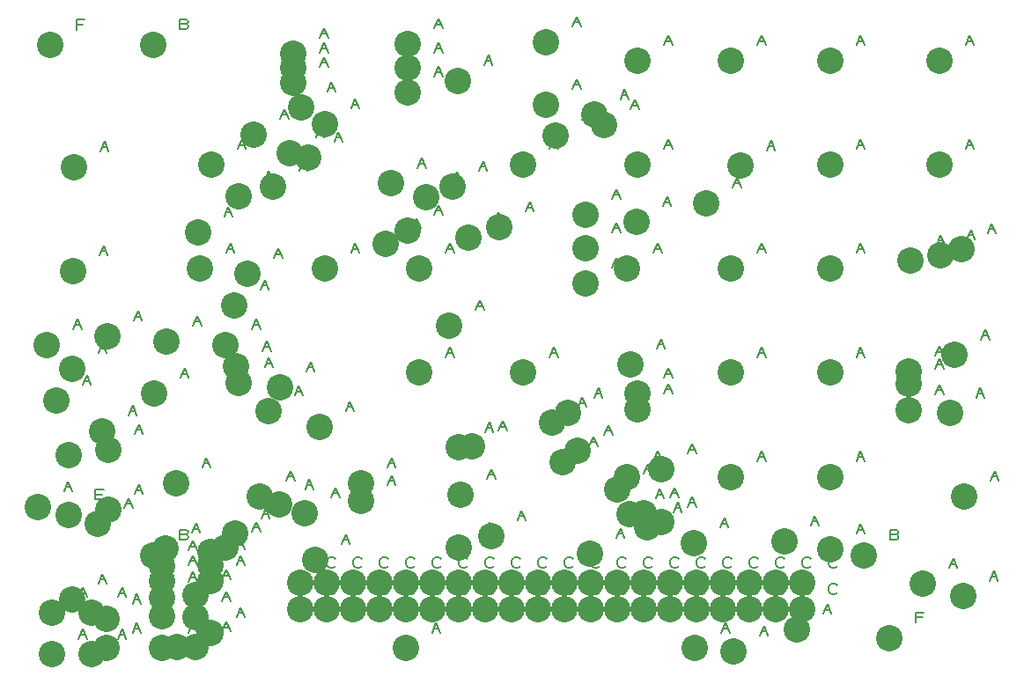
<source format=gbr>
G04 DesignSpark PCB PRO Gerber Version 10.0 Build 5299*
G04 #@! TF.Part,Single*
G04 #@! TF.FileFunction,Drillmap*
G04 #@! TF.FilePolarity,Positive*
%FSLAX35Y35*%
%MOIN*%
%ADD106C,0.00500*%
G04 #@! TA.AperFunction,ViaPad*
%ADD105C,0.10000*%
G04 #@! TD.AperFunction*
X0Y0D02*
D02*
D105*
X17035Y67717D03*
X20579Y129134D03*
X21759Y242520D03*
X22547Y11811D03*
Y27559D03*
X24122Y107874D03*
X28858Y64606D03*
Y87362D03*
X30028Y32677D03*
Y120079D03*
X30421Y157087D03*
X30815Y196457D03*
X37508Y11811D03*
Y27559D03*
X39870Y61417D03*
X41445Y96457D03*
X43020Y14173D03*
Y25197D03*
X43413Y132283D03*
X43807Y66535D03*
Y89370D03*
X60933Y49409D03*
X60933Y242717D03*
X61130Y110630D03*
X64279Y14173D03*
Y26378D03*
Y33465D03*
Y39764D03*
Y45276D03*
X65460Y51969D03*
X65854Y130315D03*
X69398Y76772D03*
X69791Y14567D03*
X76878D03*
Y25984D03*
Y34252D03*
X77665Y171654D03*
X78496Y157874D03*
X82389Y20079D03*
Y39764D03*
Y45669D03*
Y50788D03*
X82783Y197244D03*
X88295Y52363D03*
X88295Y129134D03*
X91445Y144094D03*
X91838Y57481D03*
X92232Y120866D03*
X93020Y114567D03*
Y185433D03*
X96563Y155906D03*
X98969Y208661D03*
X101287Y71654D03*
X104394Y103937D03*
X106012Y188976D03*
X108374Y68504D03*
X108768Y112992D03*
X112311Y201575D03*
X113885Y228347D03*
Y233859D03*
Y239370D03*
X116618Y28859D03*
Y38859D03*
X116642Y218898D03*
X118216Y65355D03*
X119398Y200000D03*
X122153Y47638D03*
X123728Y98031D03*
X125697Y157874D03*
Y212598D03*
X126618Y28859D03*
Y38859D03*
X136618Y28859D03*
Y38859D03*
X139476Y70079D03*
Y76772D03*
X146618Y28859D03*
Y38859D03*
X148925Y167323D03*
X150894Y190157D03*
X156405Y14174D03*
X156618Y28859D03*
Y38859D03*
X157193Y172441D03*
Y224803D03*
Y233858D03*
Y242913D03*
X161524Y118504D03*
Y157874D03*
X164280Y185039D03*
X166618Y28859D03*
Y38859D03*
X172941Y136221D03*
X174122Y188976D03*
X176091Y229134D03*
X176484Y52363D03*
Y90158D03*
X176618Y28859D03*
Y38859D03*
X177271Y72441D03*
X180028Y169685D03*
X181602Y90551D03*
X186618Y28859D03*
Y38859D03*
X188689Y56693D03*
X191839Y173622D03*
X196618Y28859D03*
Y38859D03*
X200894Y118504D03*
Y197244D03*
X206618Y28859D03*
Y38859D03*
X209555Y220079D03*
Y243701D03*
X211720Y99607D03*
X213098Y208268D03*
X215854Y84646D03*
X216618Y28859D03*
Y38859D03*
X217823Y103150D03*
X221563Y88976D03*
X224516Y152362D03*
Y165748D03*
Y178346D03*
X226090Y50000D03*
X226618Y28859D03*
Y38859D03*
X227665Y216142D03*
X231602Y212205D03*
X236618Y28859D03*
Y38859D03*
Y74410D03*
X240264Y79134D03*
Y157874D03*
X241051Y64961D03*
X241445Y121654D03*
X243807Y175591D03*
X244201Y104724D03*
Y110630D03*
Y197244D03*
Y236614D03*
X246563Y65355D03*
X246618Y28859D03*
Y38859D03*
X247744Y59843D03*
X253256Y61811D03*
Y81890D03*
X256618Y28859D03*
Y38859D03*
X265460Y53937D03*
X265854Y14174D03*
X266618Y28859D03*
Y38859D03*
X270185Y182678D03*
X276618Y28859D03*
Y38859D03*
X279634Y79134D03*
Y118504D03*
Y157874D03*
Y236614D03*
X280421Y12993D03*
X283177Y196851D03*
X286618Y28859D03*
Y38859D03*
X296618Y28859D03*
Y38859D03*
X299712Y54725D03*
X304437Y21260D03*
X306618Y28859D03*
Y38859D03*
X317035Y51575D03*
X317035Y79134D03*
Y118504D03*
Y157874D03*
Y197244D03*
Y236614D03*
X329831Y49409D03*
X339476Y18110D03*
X346957Y104331D03*
Y114173D03*
Y118898D03*
X347350Y161024D03*
X352075Y38583D03*
X358374Y197244D03*
Y236614D03*
X358768Y162992D03*
X362311Y103150D03*
X364280Y125197D03*
X366642Y165354D03*
X367429Y33858D03*
X367823Y71654D03*
D02*
D106*
X27035Y73654D02*
X28598Y77404D01*
X30161Y73654D01*
X27661Y75217D02*
X29535D01*
X30579Y135071D02*
X32141Y138821D01*
X33704Y135071D01*
X31204Y136634D02*
X33079D01*
X31759Y248457D02*
Y252207D01*
X34885D01*
X34259Y250333D02*
X31759D01*
X32547Y17748D02*
X34110Y21498D01*
X35672Y17748D01*
X33172Y19311D02*
X35047D01*
X32547Y33496D02*
X34110Y37246D01*
X35672Y33496D01*
X33172Y35059D02*
X35047D01*
X34122Y113811D02*
X35685Y117561D01*
X37247Y113811D01*
X34747Y115374D02*
X36622D01*
X38858Y70544D02*
Y74294D01*
X41983D01*
X41358Y72419D02*
X38858D01*
Y70544D02*
X41983D01*
X38858Y93300D02*
Y97050D01*
X41983D01*
X41358Y95175D02*
X38858D01*
Y93300D02*
X41983D01*
X40028Y38615D02*
X41590Y42365D01*
X43153Y38615D01*
X40653Y40177D02*
X42528D01*
X40028Y126016D02*
X41590Y129766D01*
X43153Y126016D01*
X40653Y127579D02*
X42528D01*
X40421Y163024D02*
X41984Y166774D01*
X43546Y163024D01*
X41046Y164587D02*
X42921D01*
X40815Y202394D02*
X42378Y206144D01*
X43940Y202394D01*
X41440Y203957D02*
X43315D01*
X47508Y17748D02*
X49070Y21498D01*
X50633Y17748D01*
X48133Y19311D02*
X50008D01*
X47508Y33496D02*
X49070Y37246D01*
X50633Y33496D01*
X48133Y35059D02*
X50008D01*
X49870Y67355D02*
X51433Y71105D01*
X52995Y67355D01*
X50495Y68917D02*
X52370D01*
X51445Y102394D02*
X53007Y106144D01*
X54570Y102394D01*
X52070Y103957D02*
X53945D01*
X53020Y20111D02*
X54582Y23861D01*
X56145Y20111D01*
X53645Y21673D02*
X55520D01*
X53020Y31134D02*
X54582Y34884D01*
X56145Y31134D01*
X53645Y32697D02*
X55520D01*
X53413Y138221D02*
X54976Y141971D01*
X56539Y138221D01*
X54039Y139783D02*
X55913D01*
X53807Y72473D02*
X55370Y76223D01*
X56932Y72473D01*
X54432Y74035D02*
X56307D01*
X53807Y95307D02*
X55370Y99057D01*
X56932Y95307D01*
X54432Y96870D02*
X56307D01*
X73120Y57222D02*
X73745Y56909D01*
X74058Y56285D01*
X73745Y55659D01*
X73120Y55347D01*
X70933D01*
Y59097D01*
X73120D01*
X73745Y58785D01*
X74058Y58159D01*
X73745Y57535D01*
X73120Y57222D01*
X70933D01*
X73120Y250529D02*
X73746Y250217D01*
X74058Y249592D01*
X73746Y248967D01*
X73120Y248654D01*
X70933D01*
Y252404D01*
X73120D01*
X73746Y252092D01*
X74058Y251467D01*
X73746Y250842D01*
X73120Y250529D01*
X70933D01*
X71130Y116567D02*
X72693Y120317D01*
X74255Y116567D01*
X71755Y118130D02*
X73630D01*
X74279Y20111D02*
X75842Y23861D01*
X77404Y20111D01*
X74904Y21673D02*
X76779D01*
X74279Y32315D02*
X75842Y36065D01*
X77404Y32315D01*
X74904Y33878D02*
X76779D01*
X74279Y39402D02*
X75842Y43152D01*
X77404Y39402D01*
X74904Y40965D02*
X76779D01*
X74279Y45701D02*
X75842Y49451D01*
X77404Y45701D01*
X74904Y47264D02*
X76779D01*
X74279Y51213D02*
X75842Y54963D01*
X77404Y51213D01*
X74904Y52776D02*
X76779D01*
X75460Y57906D02*
X77023Y61656D01*
X78585Y57906D01*
X76085Y59469D02*
X77960D01*
X75854Y136252D02*
X77417Y140002D01*
X78980Y136252D01*
X76480Y137815D02*
X78354D01*
X79398Y82709D02*
X80960Y86459D01*
X82523Y82709D01*
X80023Y84272D02*
X81898D01*
X79791Y20504D02*
X81354Y24254D01*
X82916Y20504D01*
X80416Y22067D02*
X82291D01*
X86878Y20504D02*
X88440Y24254D01*
X90003Y20504D01*
X87503Y22067D02*
X89378D01*
X86878Y31922D02*
X88440Y35672D01*
X90003Y31922D01*
X87503Y33484D02*
X89378D01*
X86878Y40189D02*
X88440Y43939D01*
X90003Y40189D01*
X87503Y41752D02*
X89378D01*
X87665Y177591D02*
X89228Y181341D01*
X90791Y177591D01*
X88291Y179154D02*
X90165D01*
X88496Y163811D02*
X90059Y167561D01*
X91621Y163811D01*
X89121Y165374D02*
X90996D01*
X92389Y26016D02*
X93952Y29766D01*
X95515Y26016D01*
X93015Y27579D02*
X94889D01*
X92389Y45701D02*
X93952Y49451D01*
X95515Y45701D01*
X93015Y47264D02*
X94889D01*
X92389Y51607D02*
X93952Y55357D01*
X95515Y51607D01*
X93015Y53169D02*
X94889D01*
X92389Y56725D02*
X93952Y60475D01*
X95515Y56725D01*
X93015Y58288D02*
X94889D01*
X92783Y203181D02*
X94346Y206931D01*
X95909Y203181D01*
X93409Y204744D02*
X95283D01*
X98295Y58300D02*
X99857Y62050D01*
X101420Y58300D01*
X98920Y59863D02*
X100795D01*
X98295Y135071D02*
X99858Y138821D01*
X101420Y135071D01*
X98920Y136634D02*
X100795D01*
X101445Y150032D02*
X103007Y153782D01*
X104570Y150032D01*
X102070Y151594D02*
X103945D01*
X101838Y63418D02*
X103401Y67168D01*
X104963Y63418D01*
X102463Y64981D02*
X104338D01*
X102232Y126804D02*
X103795Y130554D01*
X105357Y126804D01*
X102857Y128366D02*
X104732D01*
X103020Y120504D02*
X104582Y124254D01*
X106145Y120504D01*
X103645Y122067D02*
X105520D01*
X103020Y191370D02*
X104582Y195120D01*
X106145Y191370D01*
X103645Y192933D02*
X105520D01*
X106563Y161843D02*
X108126Y165593D01*
X109688Y161843D01*
X107188Y163406D02*
X109063D01*
X108969Y214599D02*
X110531Y218349D01*
X112094Y214599D01*
X109594Y216161D02*
X111469D01*
X111287Y77591D02*
X112850Y81341D01*
X114412Y77591D01*
X111912Y79154D02*
X113787D01*
X114394Y109874D02*
X115956Y113624D01*
X117519Y109874D01*
X115019Y111437D02*
X116894D01*
X116012Y194914D02*
X117574Y198664D01*
X119137Y194914D01*
X116637Y196476D02*
X118512D01*
X118374Y74442D02*
X119936Y78192D01*
X121499Y74442D01*
X118999Y76004D02*
X120874D01*
X118768Y118930D02*
X120330Y122680D01*
X121893Y118930D01*
X119393Y120492D02*
X121268D01*
X122311Y207512D02*
X123874Y211262D01*
X125436Y207512D01*
X122936Y209075D02*
X124811D01*
X123885Y234284D02*
X125448Y238034D01*
X127011Y234284D01*
X124511Y235847D02*
X126385D01*
X123885Y239796D02*
X125448Y243546D01*
X127011Y239796D01*
X124511Y241359D02*
X126385D01*
X123885Y245308D02*
X125448Y249058D01*
X127011Y245308D01*
X124511Y246870D02*
X126385D01*
X129743Y35421D02*
X129430Y35109D01*
X128805Y34796D01*
X127868D01*
X127243Y35109D01*
X126930Y35421D01*
X126618Y36046D01*
Y37296D01*
X126930Y37921D01*
X127243Y38234D01*
X127868Y38546D01*
X128805D01*
X129430Y38234D01*
X129743Y37921D01*
Y45421D02*
X129430Y45109D01*
X128805Y44796D01*
X127868D01*
X127243Y45109D01*
X126930Y45421D01*
X126618Y46046D01*
Y47296D01*
X126930Y47921D01*
X127243Y48234D01*
X127868Y48546D01*
X128805D01*
X129430Y48234D01*
X129743Y47921D01*
X126642Y224835D02*
X128204Y228585D01*
X129767Y224835D01*
X127267Y226398D02*
X129142D01*
X128216Y71292D02*
X129779Y75042D01*
X131341Y71292D01*
X128841Y72855D02*
X130716D01*
X129398Y205937D02*
X130960Y209687D01*
X132523Y205937D01*
X130023Y207500D02*
X131898D01*
X132153Y53576D02*
X133716Y57326D01*
X135278Y53576D01*
X132778Y55138D02*
X134653D01*
X133728Y103969D02*
X135291Y107719D01*
X136854Y103969D01*
X134354Y105531D02*
X136228D01*
X135697Y163811D02*
X137259Y167561D01*
X138822Y163811D01*
X136322Y165374D02*
X138197D01*
X135697Y218536D02*
X137259Y222286D01*
X138822Y218536D01*
X136322Y220098D02*
X138197D01*
X139743Y35421D02*
X139430Y35109D01*
X138805Y34796D01*
X137868D01*
X137243Y35109D01*
X136930Y35421D01*
X136618Y36046D01*
Y37296D01*
X136930Y37921D01*
X137243Y38234D01*
X137868Y38546D01*
X138805D01*
X139430Y38234D01*
X139743Y37921D01*
Y45421D02*
X139430Y45109D01*
X138805Y44796D01*
X137868D01*
X137243Y45109D01*
X136930Y45421D01*
X136618Y46046D01*
Y47296D01*
X136930Y47921D01*
X137243Y48234D01*
X137868Y48546D01*
X138805D01*
X139430Y48234D01*
X139743Y47921D01*
X149743Y35421D02*
X149430Y35109D01*
X148805Y34796D01*
X147868D01*
X147243Y35109D01*
X146930Y35421D01*
X146618Y36046D01*
Y37296D01*
X146930Y37921D01*
X147243Y38234D01*
X147868Y38546D01*
X148805D01*
X149430Y38234D01*
X149743Y37921D01*
Y45421D02*
X149430Y45109D01*
X148805Y44796D01*
X147868D01*
X147243Y45109D01*
X146930Y45421D01*
X146618Y46046D01*
Y47296D01*
X146930Y47921D01*
X147243Y48234D01*
X147868Y48546D01*
X148805D01*
X149430Y48234D01*
X149743Y47921D01*
X149476Y76017D02*
X151039Y79767D01*
X152601Y76017D01*
X150101Y77579D02*
X151976D01*
X149476Y82709D02*
X151039Y86459D01*
X152601Y82709D01*
X150101Y84272D02*
X151976D01*
X159743Y35421D02*
X159430Y35109D01*
X158805Y34796D01*
X157868D01*
X157243Y35109D01*
X156930Y35421D01*
X156618Y36046D01*
Y37296D01*
X156930Y37921D01*
X157243Y38234D01*
X157868Y38546D01*
X158805D01*
X159430Y38234D01*
X159743Y37921D01*
Y45421D02*
X159430Y45109D01*
X158805Y44796D01*
X157868D01*
X157243Y45109D01*
X156930Y45421D01*
X156618Y46046D01*
Y47296D01*
X156930Y47921D01*
X157243Y48234D01*
X157868Y48546D01*
X158805D01*
X159430Y48234D01*
X159743Y47921D01*
X158925Y173260D02*
X160488Y177010D01*
X162050Y173260D01*
X159550Y174823D02*
X161425D01*
X160894Y196095D02*
X162456Y199845D01*
X164019Y196095D01*
X161519Y197657D02*
X163394D01*
X166405Y20111D02*
X167968Y23861D01*
X169530Y20111D01*
X167030Y21674D02*
X168905D01*
X169743Y35421D02*
X169430Y35109D01*
X168805Y34796D01*
X167868D01*
X167243Y35109D01*
X166930Y35421D01*
X166618Y36046D01*
Y37296D01*
X166930Y37921D01*
X167243Y38234D01*
X167868Y38546D01*
X168805D01*
X169430Y38234D01*
X169743Y37921D01*
Y45421D02*
X169430Y45109D01*
X168805Y44796D01*
X167868D01*
X167243Y45109D01*
X166930Y45421D01*
X166618Y46046D01*
Y47296D01*
X166930Y47921D01*
X167243Y48234D01*
X167868Y48546D01*
X168805D01*
X169430Y48234D01*
X169743Y47921D01*
X167193Y178378D02*
X168756Y182128D01*
X170318Y178378D01*
X167818Y179941D02*
X169693D01*
X167193Y230741D02*
X168756Y234491D01*
X170318Y230741D01*
X167818Y232303D02*
X169693D01*
X167193Y239796D02*
X168756Y243546D01*
X170318Y239796D01*
X167818Y241358D02*
X169693D01*
X167193Y248851D02*
X168756Y252601D01*
X170318Y248851D01*
X167818Y250413D02*
X169693D01*
X171524Y124441D02*
X173086Y128191D01*
X174649Y124441D01*
X172149Y126004D02*
X174024D01*
X171524Y163811D02*
X173086Y167561D01*
X174649Y163811D01*
X172149Y165374D02*
X174024D01*
X174280Y190977D02*
X175842Y194727D01*
X177405Y190977D01*
X174905Y192539D02*
X176780D01*
X179743Y35421D02*
X179430Y35109D01*
X178805Y34796D01*
X177868D01*
X177243Y35109D01*
X176930Y35421D01*
X176618Y36046D01*
Y37296D01*
X176930Y37921D01*
X177243Y38234D01*
X177868Y38546D01*
X178805D01*
X179430Y38234D01*
X179743Y37921D01*
Y45421D02*
X179430Y45109D01*
X178805Y44796D01*
X177868D01*
X177243Y45109D01*
X176930Y45421D01*
X176618Y46046D01*
Y47296D01*
X176930Y47921D01*
X177243Y48234D01*
X177868Y48546D01*
X178805D01*
X179430Y48234D01*
X179743Y47921D01*
X182941Y142158D02*
X184503Y145908D01*
X186066Y142158D01*
X183566Y143721D02*
X185441D01*
X184122Y194914D02*
X185685Y198664D01*
X187247Y194914D01*
X184747Y196476D02*
X186622D01*
X186091Y235071D02*
X187653Y238821D01*
X189216Y235071D01*
X186716Y236634D02*
X188591D01*
X186484Y58300D02*
X188046Y62050D01*
X189609Y58300D01*
X187109Y59863D02*
X188984D01*
X186484Y96095D02*
X188046Y99845D01*
X189609Y96095D01*
X187109Y97658D02*
X188984D01*
X189743Y35421D02*
X189430Y35109D01*
X188805Y34796D01*
X187868D01*
X187243Y35109D01*
X186930Y35421D01*
X186618Y36046D01*
Y37296D01*
X186930Y37921D01*
X187243Y38234D01*
X187868Y38546D01*
X188805D01*
X189430Y38234D01*
X189743Y37921D01*
Y45421D02*
X189430Y45109D01*
X188805Y44796D01*
X187868D01*
X187243Y45109D01*
X186930Y45421D01*
X186618Y46046D01*
Y47296D01*
X186930Y47921D01*
X187243Y48234D01*
X187868Y48546D01*
X188805D01*
X189430Y48234D01*
X189743Y47921D01*
X187271Y78379D02*
X188834Y82129D01*
X190396Y78379D01*
X187896Y79941D02*
X189771D01*
X190028Y175622D02*
X191590Y179372D01*
X193153Y175622D01*
X190653Y177185D02*
X192528D01*
X191602Y96489D02*
X193165Y100239D01*
X194728Y96489D01*
X192228Y98051D02*
X194102D01*
X199743Y35421D02*
X199430Y35109D01*
X198805Y34796D01*
X197868D01*
X197243Y35109D01*
X196930Y35421D01*
X196618Y36046D01*
Y37296D01*
X196930Y37921D01*
X197243Y38234D01*
X197868Y38546D01*
X198805D01*
X199430Y38234D01*
X199743Y37921D01*
Y45421D02*
X199430Y45109D01*
X198805Y44796D01*
X197868D01*
X197243Y45109D01*
X196930Y45421D01*
X196618Y46046D01*
Y47296D01*
X196930Y47921D01*
X197243Y48234D01*
X197868Y48546D01*
X198805D01*
X199430Y48234D01*
X199743Y47921D01*
X198689Y62631D02*
X200251Y66381D01*
X201814Y62631D01*
X199314Y64193D02*
X201189D01*
X201839Y179559D02*
X203401Y183309D01*
X204964Y179559D01*
X202464Y181122D02*
X204339D01*
X209743Y35421D02*
X209430Y35109D01*
X208805Y34796D01*
X207868D01*
X207243Y35109D01*
X206930Y35421D01*
X206618Y36046D01*
Y37296D01*
X206930Y37921D01*
X207243Y38234D01*
X207868Y38546D01*
X208805D01*
X209430Y38234D01*
X209743Y37921D01*
Y45421D02*
X209430Y45109D01*
X208805Y44796D01*
X207868D01*
X207243Y45109D01*
X206930Y45421D01*
X206618Y46046D01*
Y47296D01*
X206930Y47921D01*
X207243Y48234D01*
X207868Y48546D01*
X208805D01*
X209430Y48234D01*
X209743Y47921D01*
X210894Y124441D02*
X212456Y128191D01*
X214019Y124441D01*
X211519Y126004D02*
X213394D01*
X210894Y203181D02*
X212456Y206931D01*
X214019Y203181D01*
X211519Y204744D02*
X213394D01*
X219743Y35421D02*
X219430Y35109D01*
X218805Y34796D01*
X217868D01*
X217243Y35109D01*
X216930Y35421D01*
X216618Y36046D01*
Y37296D01*
X216930Y37921D01*
X217243Y38234D01*
X217868Y38546D01*
X218805D01*
X219430Y38234D01*
X219743Y37921D01*
Y45421D02*
X219430Y45109D01*
X218805Y44796D01*
X217868D01*
X217243Y45109D01*
X216930Y45421D01*
X216618Y46046D01*
Y47296D01*
X216930Y47921D01*
X217243Y48234D01*
X217868Y48546D01*
X218805D01*
X219430Y48234D01*
X219743Y47921D01*
X219555Y226016D02*
X221118Y229766D01*
X222680Y226016D01*
X220180Y227579D02*
X222055D01*
X219555Y249638D02*
X221118Y253388D01*
X222680Y249638D01*
X220180Y251201D02*
X222055D01*
X221720Y105544D02*
X223283Y109294D01*
X224846Y105544D01*
X222346Y107107D02*
X224220D01*
X223098Y214205D02*
X224661Y217955D01*
X226224Y214205D01*
X223724Y215768D02*
X225598D01*
X225854Y90583D02*
X227417Y94333D01*
X228979Y90583D01*
X226479Y92146D02*
X228354D01*
X229743Y35421D02*
X229430Y35109D01*
X228805Y34796D01*
X227868D01*
X227243Y35109D01*
X226930Y35421D01*
X226618Y36046D01*
Y37296D01*
X226930Y37921D01*
X227243Y38234D01*
X227868Y38546D01*
X228805D01*
X229430Y38234D01*
X229743Y37921D01*
Y45421D02*
X229430Y45109D01*
X228805Y44796D01*
X227868D01*
X227243Y45109D01*
X226930Y45421D01*
X226618Y46046D01*
Y47296D01*
X226930Y47921D01*
X227243Y48234D01*
X227868Y48546D01*
X228805D01*
X229430Y48234D01*
X229743Y47921D01*
X227823Y109087D02*
X229385Y112837D01*
X230948Y109087D01*
X228448Y110650D02*
X230323D01*
X231563Y94914D02*
X233126Y98664D01*
X234688Y94914D01*
X232188Y96476D02*
X234063D01*
X234516Y158300D02*
X236078Y162050D01*
X237641Y158300D01*
X235141Y159862D02*
X237016D01*
X234516Y171685D02*
X236078Y175435D01*
X237641Y171685D01*
X235141Y173248D02*
X237016D01*
X234516Y184284D02*
X236078Y188034D01*
X237641Y184284D01*
X235141Y185846D02*
X237016D01*
X236090Y55938D02*
X237653Y59688D01*
X239215Y55938D01*
X236715Y57500D02*
X238590D01*
X239743Y35421D02*
X239430Y35109D01*
X238805Y34796D01*
X237868D01*
X237243Y35109D01*
X236930Y35421D01*
X236618Y36046D01*
Y37296D01*
X236930Y37921D01*
X237243Y38234D01*
X237868Y38546D01*
X238805D01*
X239430Y38234D01*
X239743Y37921D01*
Y45421D02*
X239430Y45109D01*
X238805Y44796D01*
X237868D01*
X237243Y45109D01*
X236930Y45421D01*
X236618Y46046D01*
Y47296D01*
X236930Y47921D01*
X237243Y48234D01*
X237868Y48546D01*
X238805D01*
X239430Y48234D01*
X239743Y47921D01*
X237665Y222079D02*
X239228Y225829D01*
X240790Y222079D01*
X238290Y223642D02*
X240165D01*
X241602Y218142D02*
X243165Y221892D01*
X244727Y218142D01*
X242227Y219705D02*
X244102D01*
X249743Y35421D02*
X249430Y35109D01*
X248805Y34796D01*
X247868D01*
X247243Y35109D01*
X246930Y35421D01*
X246618Y36046D01*
Y37296D01*
X246930Y37921D01*
X247243Y38234D01*
X247868Y38546D01*
X248805D01*
X249430Y38234D01*
X249743Y37921D01*
Y45421D02*
X249430Y45109D01*
X248805Y44796D01*
X247868D01*
X247243Y45109D01*
X246930Y45421D01*
X246618Y46046D01*
Y47296D01*
X246930Y47921D01*
X247243Y48234D01*
X247868Y48546D01*
X248805D01*
X249430Y48234D01*
X249743Y47921D01*
X246618Y80347D02*
X248180Y84097D01*
X249743Y80347D01*
X247243Y81910D02*
X249118D01*
X250264Y85071D02*
X251826Y88821D01*
X253389Y85071D01*
X250889Y86634D02*
X252764D01*
X250264Y163811D02*
X251826Y167561D01*
X253389Y163811D01*
X250889Y165374D02*
X252764D01*
X251051Y70898D02*
X252613Y74648D01*
X254176Y70898D01*
X251676Y72461D02*
X253551D01*
X251445Y127591D02*
X253007Y131341D01*
X254570Y127591D01*
X252070Y129154D02*
X253945D01*
X253807Y181528D02*
X255370Y185278D01*
X256932Y181528D01*
X254432Y183091D02*
X256307D01*
X254201Y110662D02*
X255763Y114412D01*
X257326Y110662D01*
X254826Y112224D02*
X256701D01*
X254201Y116567D02*
X255763Y120317D01*
X257326Y116567D01*
X254826Y118130D02*
X256701D01*
X254201Y203181D02*
X255763Y206931D01*
X257326Y203181D01*
X254826Y204744D02*
X256701D01*
X254201Y242552D02*
X255763Y246302D01*
X257326Y242552D01*
X254826Y244114D02*
X256701D01*
X256563Y71292D02*
X258126Y75042D01*
X259688Y71292D01*
X257188Y72855D02*
X259063D01*
X259743Y35421D02*
X259430Y35109D01*
X258805Y34796D01*
X257868D01*
X257243Y35109D01*
X256930Y35421D01*
X256618Y36046D01*
Y37296D01*
X256930Y37921D01*
X257243Y38234D01*
X257868Y38546D01*
X258805D01*
X259430Y38234D01*
X259743Y37921D01*
Y45421D02*
X259430Y45109D01*
X258805Y44796D01*
X257868D01*
X257243Y45109D01*
X256930Y45421D01*
X256618Y46046D01*
Y47296D01*
X256930Y47921D01*
X257243Y48234D01*
X257868Y48546D01*
X258805D01*
X259430Y48234D01*
X259743Y47921D01*
X257744Y65780D02*
X259306Y69530D01*
X260869Y65780D01*
X258369Y67343D02*
X260244D01*
X263256Y67749D02*
X264819Y71499D01*
X266381Y67749D01*
X263881Y69311D02*
X265756D01*
X263256Y87827D02*
X264819Y91577D01*
X266381Y87827D01*
X263881Y89390D02*
X265756D01*
X269743Y35421D02*
X269430Y35109D01*
X268805Y34796D01*
X267868D01*
X267243Y35109D01*
X266930Y35421D01*
X266618Y36046D01*
Y37296D01*
X266930Y37921D01*
X267243Y38234D01*
X267868Y38546D01*
X268805D01*
X269430Y38234D01*
X269743Y37921D01*
Y45421D02*
X269430Y45109D01*
X268805Y44796D01*
X267868D01*
X267243Y45109D01*
X266930Y45421D01*
X266618Y46046D01*
Y47296D01*
X266930Y47921D01*
X267243Y48234D01*
X267868Y48546D01*
X268805D01*
X269430Y48234D01*
X269743Y47921D01*
X275460Y59875D02*
X277023Y63625D01*
X278585Y59875D01*
X276085Y61437D02*
X277960D01*
X275854Y20111D02*
X277417Y23861D01*
X278979Y20111D01*
X276479Y21674D02*
X278354D01*
X279743Y35421D02*
X279430Y35109D01*
X278805Y34796D01*
X277868D01*
X277243Y35109D01*
X276930Y35421D01*
X276618Y36046D01*
Y37296D01*
X276930Y37921D01*
X277243Y38234D01*
X277868Y38546D01*
X278805D01*
X279430Y38234D01*
X279743Y37921D01*
Y45421D02*
X279430Y45109D01*
X278805Y44796D01*
X277868D01*
X277243Y45109D01*
X276930Y45421D01*
X276618Y46046D01*
Y47296D01*
X276930Y47921D01*
X277243Y48234D01*
X277868Y48546D01*
X278805D01*
X279430Y48234D01*
X279743Y47921D01*
X280185Y188615D02*
X281748Y192365D01*
X283310Y188615D01*
X280810Y190178D02*
X282685D01*
X289743Y35421D02*
X289430Y35109D01*
X288805Y34796D01*
X287868D01*
X287243Y35109D01*
X286930Y35421D01*
X286618Y36046D01*
Y37296D01*
X286930Y37921D01*
X287243Y38234D01*
X287868Y38546D01*
X288805D01*
X289430Y38234D01*
X289743Y37921D01*
Y45421D02*
X289430Y45109D01*
X288805Y44796D01*
X287868D01*
X287243Y45109D01*
X286930Y45421D01*
X286618Y46046D01*
Y47296D01*
X286930Y47921D01*
X287243Y48234D01*
X287868Y48546D01*
X288805D01*
X289430Y48234D01*
X289743Y47921D01*
X289634Y85071D02*
X291196Y88821D01*
X292759Y85071D01*
X290259Y86634D02*
X292134D01*
X289634Y124441D02*
X291196Y128191D01*
X292759Y124441D01*
X290259Y126004D02*
X292134D01*
X289634Y163811D02*
X291196Y167561D01*
X292759Y163811D01*
X290259Y165374D02*
X292134D01*
X289634Y242552D02*
X291196Y246302D01*
X292759Y242552D01*
X290259Y244114D02*
X292134D01*
X290421Y18930D02*
X291983Y22680D01*
X293546Y18930D01*
X291046Y20493D02*
X292921D01*
X293177Y202788D02*
X294739Y206538D01*
X296302Y202788D01*
X293802Y204351D02*
X295677D01*
X299743Y35421D02*
X299430Y35109D01*
X298805Y34796D01*
X297868D01*
X297243Y35109D01*
X296930Y35421D01*
X296618Y36046D01*
Y37296D01*
X296930Y37921D01*
X297243Y38234D01*
X297868Y38546D01*
X298805D01*
X299430Y38234D01*
X299743Y37921D01*
Y45421D02*
X299430Y45109D01*
X298805Y44796D01*
X297868D01*
X297243Y45109D01*
X296930Y45421D01*
X296618Y46046D01*
Y47296D01*
X296930Y47921D01*
X297243Y48234D01*
X297868Y48546D01*
X298805D01*
X299430Y48234D01*
X299743Y47921D01*
X309743Y35421D02*
X309430Y35109D01*
X308805Y34796D01*
X307868D01*
X307243Y35109D01*
X306930Y35421D01*
X306618Y36046D01*
Y37296D01*
X306930Y37921D01*
X307243Y38234D01*
X307868Y38546D01*
X308805D01*
X309430Y38234D01*
X309743Y37921D01*
Y45421D02*
X309430Y45109D01*
X308805Y44796D01*
X307868D01*
X307243Y45109D01*
X306930Y45421D01*
X306618Y46046D01*
Y47296D01*
X306930Y47921D01*
X307243Y48234D01*
X307868Y48546D01*
X308805D01*
X309430Y48234D01*
X309743Y47921D01*
X309712Y60662D02*
X311275Y64412D01*
X312837Y60662D01*
X310337Y62225D02*
X312212D01*
X314437Y27198D02*
X315999Y30948D01*
X317562Y27198D01*
X315062Y28760D02*
X316937D01*
X319743Y35421D02*
X319430Y35109D01*
X318805Y34796D01*
X317868D01*
X317243Y35109D01*
X316930Y35421D01*
X316618Y36046D01*
Y37296D01*
X316930Y37921D01*
X317243Y38234D01*
X317868Y38546D01*
X318805D01*
X319430Y38234D01*
X319743Y37921D01*
Y45421D02*
X319430Y45109D01*
X318805Y44796D01*
X317868D01*
X317243Y45109D01*
X316930Y45421D01*
X316618Y46046D01*
Y47296D01*
X316930Y47921D01*
X317243Y48234D01*
X317868Y48546D01*
X318805D01*
X319430Y48234D01*
X319743Y47921D01*
X327035Y57513D02*
X328598Y61263D01*
X330160Y57513D01*
X327660Y59075D02*
X329535D01*
X327035Y85071D02*
X328598Y88821D01*
X330161Y85071D01*
X327661Y86634D02*
X329535D01*
X327035Y124441D02*
X328598Y128191D01*
X330161Y124441D01*
X327661Y126004D02*
X329535D01*
X327035Y163811D02*
X328598Y167561D01*
X330161Y163811D01*
X327661Y165374D02*
X329535D01*
X327035Y203181D02*
X328598Y206931D01*
X330161Y203181D01*
X327661Y204744D02*
X329535D01*
X327035Y242552D02*
X328598Y246302D01*
X330161Y242552D01*
X327661Y244114D02*
X329535D01*
X342018Y57222D02*
X342643Y56909D01*
X342956Y56285D01*
X342643Y55659D01*
X342018Y55347D01*
X339831D01*
Y59097D01*
X342018D01*
X342643Y58785D01*
X342956Y58159D01*
X342643Y57535D01*
X342018Y57222D01*
X339831D01*
X349476Y24048D02*
Y27798D01*
X352602D01*
X351976Y25923D02*
X349476D01*
X356957Y110268D02*
X358519Y114018D01*
X360082Y110268D01*
X357582Y111831D02*
X359457D01*
X356957Y120111D02*
X358519Y123861D01*
X360082Y120111D01*
X357582Y121673D02*
X359457D01*
X356957Y124835D02*
X358519Y128585D01*
X360082Y124835D01*
X357582Y126398D02*
X359457D01*
X357350Y166961D02*
X358913Y170711D01*
X360475Y166961D01*
X357975Y168524D02*
X359850D01*
X362075Y44520D02*
X363637Y48270D01*
X365200Y44520D01*
X362700Y46083D02*
X364575D01*
X368374Y203181D02*
X369937Y206931D01*
X371499Y203181D01*
X368999Y204744D02*
X370874D01*
X368374Y242552D02*
X369937Y246302D01*
X371499Y242552D01*
X368999Y244114D02*
X370874D01*
X368768Y168930D02*
X370330Y172680D01*
X371893Y168930D01*
X369393Y170492D02*
X371268D01*
X372311Y109087D02*
X373874Y112837D01*
X375436Y109087D01*
X372936Y110650D02*
X374811D01*
X374280Y131134D02*
X375842Y134884D01*
X377405Y131134D01*
X374905Y132697D02*
X376780D01*
X376642Y171292D02*
X378204Y175042D01*
X379767Y171292D01*
X377267Y172854D02*
X379142D01*
X377429Y39796D02*
X378992Y43546D01*
X380554Y39796D01*
X378054Y41358D02*
X379929D01*
X377823Y77591D02*
X379385Y81341D01*
X380948Y77591D01*
X378448Y79154D02*
X380323D01*
X0Y0D02*
M02*

</source>
